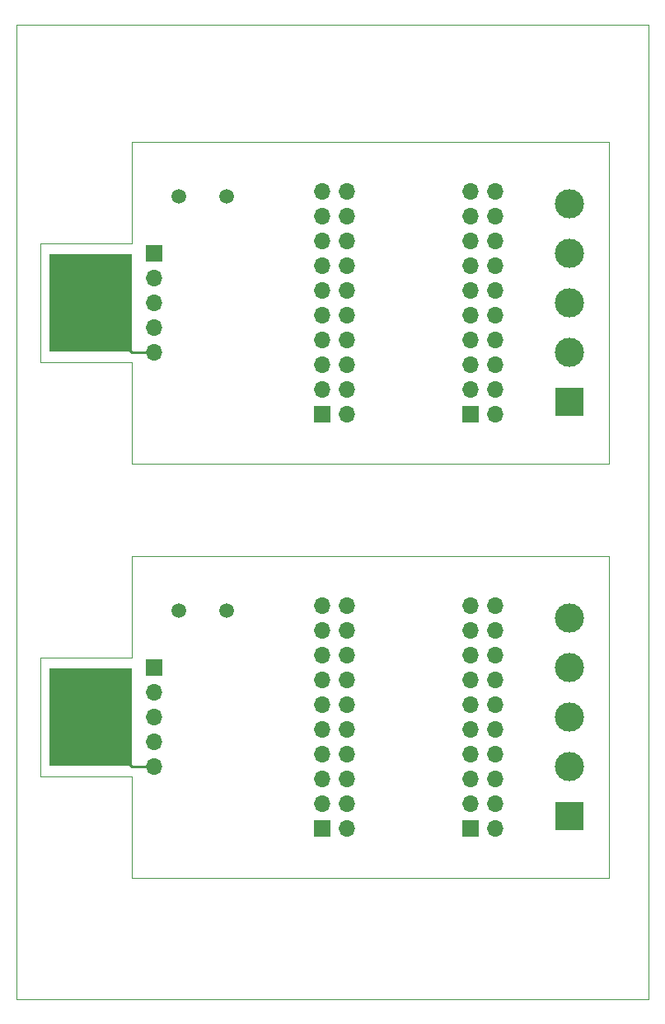
<source format=gbr>
G04 #@! TF.GenerationSoftware,KiCad,Pcbnew,(5.1.5)-3*
G04 #@! TF.CreationDate,2022-04-02T01:18:13+03:00*
G04 #@! TF.ProjectId,USB-UART_PANEL,5553422d-5541-4525-945f-50414e454c2e,rev?*
G04 #@! TF.SameCoordinates,Original*
G04 #@! TF.FileFunction,Copper,L1,Top*
G04 #@! TF.FilePolarity,Positive*
%FSLAX46Y46*%
G04 Gerber Fmt 4.6, Leading zero omitted, Abs format (unit mm)*
G04 Created by KiCad (PCBNEW (5.1.5)-3) date 2022-04-02 01:18:13*
%MOMM*%
%LPD*%
G04 APERTURE LIST*
%ADD10C,0.050000*%
%ADD11C,3.000000*%
%ADD12R,3.000000X3.000000*%
%ADD13R,8.500000X10.000000*%
%ADD14C,1.500000*%
%ADD15O,1.700000X1.700000*%
%ADD16R,1.700000X1.700000*%
%ADD17C,0.250000*%
G04 APERTURE END LIST*
D10*
X0Y100000000D02*
X0Y0D01*
X65000000Y100000000D02*
X0Y100000000D01*
X65000000Y0D02*
X65000000Y100000000D01*
X0Y0D02*
X65000000Y0D01*
X2500000Y22914000D02*
X2500000Y35106000D01*
X11898000Y22914000D02*
X2500000Y22914000D01*
X11898000Y12500000D02*
X11898000Y22914000D01*
X60920000Y12500000D02*
X11898000Y12500000D01*
X60920000Y45520000D02*
X60920000Y12500000D01*
X11898000Y45520000D02*
X60920000Y45520000D01*
X11898000Y35106000D02*
X11898000Y45520000D01*
X2500000Y35106000D02*
X11898000Y35106000D01*
X2500000Y65414000D02*
X2500000Y77606000D01*
X11898000Y65414000D02*
X2500000Y65414000D01*
X11898000Y55000000D02*
X11898000Y65414000D01*
X60920000Y55000000D02*
X11898000Y55000000D01*
X60920000Y88020000D02*
X60920000Y55000000D01*
X11898000Y88020000D02*
X60920000Y88020000D01*
X11898000Y77606000D02*
X11898000Y88020000D01*
X2500000Y77606000D02*
X11898000Y77606000D01*
D11*
X56856000Y39170000D03*
X56856000Y34090000D03*
D12*
X56856000Y18850000D03*
D11*
X56856000Y29010000D03*
X56856000Y23930000D03*
D13*
X7648000Y29010000D03*
D14*
X21604000Y39932000D03*
X16724000Y39932000D03*
D15*
X33996000Y40440000D03*
X31456000Y40440000D03*
X33996000Y37900000D03*
X31456000Y37900000D03*
X33996000Y35360000D03*
X31456000Y35360000D03*
X33996000Y32820000D03*
X31456000Y32820000D03*
X33996000Y30280000D03*
X31456000Y30280000D03*
X33996000Y27740000D03*
X31456000Y27740000D03*
X33996000Y25200000D03*
X31456000Y25200000D03*
X33996000Y22660000D03*
X31456000Y22660000D03*
X33996000Y20120000D03*
X31456000Y20120000D03*
X33996000Y17580000D03*
D16*
X31456000Y17580000D03*
D15*
X49236000Y40440000D03*
X46696000Y40440000D03*
X49236000Y37900000D03*
X46696000Y37900000D03*
X49236000Y35360000D03*
X46696000Y35360000D03*
X49236000Y32820000D03*
X46696000Y32820000D03*
X49236000Y30280000D03*
X46696000Y30280000D03*
X49236000Y27740000D03*
X46696000Y27740000D03*
X49236000Y25200000D03*
X46696000Y25200000D03*
X49236000Y22660000D03*
X46696000Y22660000D03*
X49236000Y20120000D03*
X46696000Y20120000D03*
X49236000Y17580000D03*
D16*
X46696000Y17580000D03*
D15*
X14184000Y23930000D03*
X14184000Y26470000D03*
X14184000Y29010000D03*
X14184000Y31550000D03*
D16*
X14184000Y34090000D03*
D11*
X56856000Y81670000D03*
X56856000Y76590000D03*
D12*
X56856000Y61350000D03*
D11*
X56856000Y71510000D03*
X56856000Y66430000D03*
D13*
X7648000Y71510000D03*
D14*
X21604000Y82432000D03*
X16724000Y82432000D03*
D15*
X33996000Y82940000D03*
X31456000Y82940000D03*
X33996000Y80400000D03*
X31456000Y80400000D03*
X33996000Y77860000D03*
X31456000Y77860000D03*
X33996000Y75320000D03*
X31456000Y75320000D03*
X33996000Y72780000D03*
X31456000Y72780000D03*
X33996000Y70240000D03*
X31456000Y70240000D03*
X33996000Y67700000D03*
X31456000Y67700000D03*
X33996000Y65160000D03*
X31456000Y65160000D03*
X33996000Y62620000D03*
X31456000Y62620000D03*
X33996000Y60080000D03*
D16*
X31456000Y60080000D03*
D15*
X49236000Y82940000D03*
X46696000Y82940000D03*
X49236000Y80400000D03*
X46696000Y80400000D03*
X49236000Y77860000D03*
X46696000Y77860000D03*
X49236000Y75320000D03*
X46696000Y75320000D03*
X49236000Y72780000D03*
X46696000Y72780000D03*
X49236000Y70240000D03*
X46696000Y70240000D03*
X49236000Y67700000D03*
X46696000Y67700000D03*
X49236000Y65160000D03*
X46696000Y65160000D03*
X49236000Y62620000D03*
X46696000Y62620000D03*
X49236000Y60080000D03*
D16*
X46696000Y60080000D03*
D15*
X14184000Y66430000D03*
X14184000Y68970000D03*
X14184000Y71510000D03*
X14184000Y74050000D03*
D16*
X14184000Y76590000D03*
D17*
X7648000Y29010000D02*
X7648000Y28180000D01*
X7648000Y28180000D02*
X11898000Y23930000D01*
X11898000Y23930000D02*
X14184000Y23930000D01*
X7648000Y71510000D02*
X7648000Y70680000D01*
X7648000Y70680000D02*
X11898000Y66430000D01*
X11898000Y66430000D02*
X14184000Y66430000D01*
M02*

</source>
